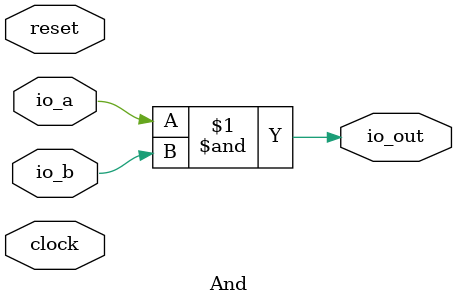
<source format=sv>
module And (
    input  clock,
    reset,
    io_a,
    io_b,
    output io_out
);

    assign io_out = io_a & io_b;
endmodule


</source>
